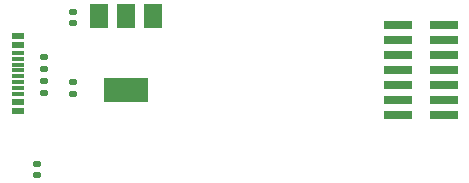
<source format=gbr>
%TF.GenerationSoftware,KiCad,Pcbnew,7.0.1*%
%TF.CreationDate,2024-01-02T22:47:16+00:00*%
%TF.ProjectId,module_test_rig,6d6f6475-6c65-45f7-9465-73745f726967,rev?*%
%TF.SameCoordinates,Original*%
%TF.FileFunction,Paste,Top*%
%TF.FilePolarity,Positive*%
%FSLAX46Y46*%
G04 Gerber Fmt 4.6, Leading zero omitted, Abs format (unit mm)*
G04 Created by KiCad (PCBNEW 7.0.1) date 2024-01-02 22:47:16*
%MOMM*%
%LPD*%
G01*
G04 APERTURE LIST*
G04 Aperture macros list*
%AMRoundRect*
0 Rectangle with rounded corners*
0 $1 Rounding radius*
0 $2 $3 $4 $5 $6 $7 $8 $9 X,Y pos of 4 corners*
0 Add a 4 corners polygon primitive as box body*
4,1,4,$2,$3,$4,$5,$6,$7,$8,$9,$2,$3,0*
0 Add four circle primitives for the rounded corners*
1,1,$1+$1,$2,$3*
1,1,$1+$1,$4,$5*
1,1,$1+$1,$6,$7*
1,1,$1+$1,$8,$9*
0 Add four rect primitives between the rounded corners*
20,1,$1+$1,$2,$3,$4,$5,0*
20,1,$1+$1,$4,$5,$6,$7,0*
20,1,$1+$1,$6,$7,$8,$9,0*
20,1,$1+$1,$8,$9,$2,$3,0*%
G04 Aperture macros list end*
%ADD10R,2.400000X0.740000*%
%ADD11RoundRect,0.135000X-0.185000X0.135000X-0.185000X-0.135000X0.185000X-0.135000X0.185000X0.135000X0*%
%ADD12RoundRect,0.140000X-0.170000X0.140000X-0.170000X-0.140000X0.170000X-0.140000X0.170000X0.140000X0*%
%ADD13RoundRect,0.135000X0.185000X-0.135000X0.185000X0.135000X-0.185000X0.135000X-0.185000X-0.135000X0*%
%ADD14RoundRect,0.140000X0.170000X-0.140000X0.170000X0.140000X-0.170000X0.140000X-0.170000X-0.140000X0*%
%ADD15R,1.500000X2.000000*%
%ADD16R,3.800000X2.000000*%
%ADD17R,1.140000X0.600000*%
%ADD18R,1.140000X0.300000*%
G04 APERTURE END LIST*
D10*
%TO.C,J101*%
X174950000Y-88810000D03*
X171050000Y-88810000D03*
X174950000Y-87540000D03*
X171050000Y-87540000D03*
X174950000Y-86270000D03*
X171050000Y-86270000D03*
X174950000Y-85000000D03*
X171050000Y-85000000D03*
X174950000Y-83730000D03*
X171050000Y-83730000D03*
X174950000Y-82460000D03*
X171050000Y-82460000D03*
X174950000Y-81190000D03*
X171050000Y-81190000D03*
%TD*%
D11*
%TO.C,R101*%
X141100000Y-83890000D03*
X141100000Y-84910000D03*
%TD*%
D12*
%TO.C,C103*%
X143500000Y-80020000D03*
X143500000Y-80980000D03*
%TD*%
D13*
%TO.C,R102*%
X141100000Y-86910000D03*
X141100000Y-85890000D03*
%TD*%
D14*
%TO.C,C101*%
X140500000Y-93880000D03*
X140500000Y-92920000D03*
%TD*%
D15*
%TO.C,U102*%
X150300000Y-80350000D03*
X148000000Y-80350000D03*
D16*
X148000000Y-86650000D03*
D15*
X145700000Y-80350000D03*
%TD*%
D14*
%TO.C,C102*%
X143500000Y-86980000D03*
X143500000Y-86020000D03*
%TD*%
D17*
%TO.C,J103*%
X138850000Y-82050000D03*
X138850000Y-82850000D03*
D18*
X138850000Y-84000000D03*
X138850000Y-85000000D03*
X138850000Y-85500000D03*
X138850000Y-86500000D03*
D17*
X138850000Y-88450000D03*
X138850000Y-87650000D03*
D18*
X138850000Y-87000000D03*
X138850000Y-86000000D03*
X138850000Y-84500000D03*
X138850000Y-83500000D03*
%TD*%
M02*

</source>
